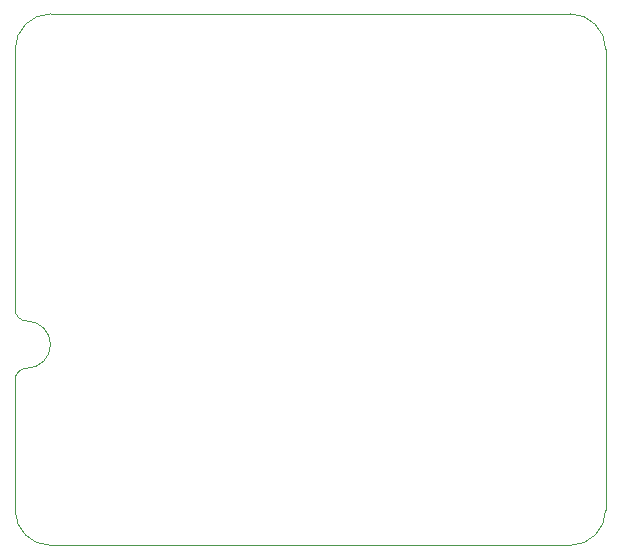
<source format=gbr>
%TF.GenerationSoftware,KiCad,Pcbnew,(5.1.6)-1*%
%TF.CreationDate,2022-04-15T15:17:14-04:00*%
%TF.ProjectId,MP28167 - Breakout,4d503238-3136-4372-902d-20427265616b,V1.0*%
%TF.SameCoordinates,Original*%
%TF.FileFunction,Profile,NP*%
%FSLAX46Y46*%
G04 Gerber Fmt 4.6, Leading zero omitted, Abs format (unit mm)*
G04 Created by KiCad (PCBNEW (5.1.6)-1) date 2022-04-15 15:17:14*
%MOMM*%
%LPD*%
G01*
G04 APERTURE LIST*
%TA.AperFunction,Profile*%
%ADD10C,0.050000*%
%TD*%
G04 APERTURE END LIST*
D10*
X69000000Y-121500000D02*
X69000000Y-132500000D01*
X69000000Y-121500000D02*
G75*
G02*
X70000000Y-120500000I1000000J0D01*
G01*
X72000000Y-118500000D02*
G75*
G02*
X70000000Y-120500000I-2000000J0D01*
G01*
X70000000Y-116500000D02*
G75*
G02*
X72000000Y-118500000I0J-2000000D01*
G01*
X70000000Y-116500000D02*
G75*
G02*
X69000000Y-115500000I0J1000000D01*
G01*
X69000000Y-93500000D02*
G75*
G02*
X72000000Y-90500000I3000000J0D01*
G01*
X72000000Y-135500000D02*
G75*
G02*
X69000000Y-132500000I0J3000000D01*
G01*
X119000000Y-132500000D02*
G75*
G02*
X116000000Y-135500000I-3000000J0D01*
G01*
X116000000Y-90500000D02*
G75*
G02*
X119000000Y-93500000I0J-3000000D01*
G01*
X69000000Y-98500000D02*
X69000000Y-93500000D01*
X116000000Y-90500000D02*
X72000000Y-90500000D01*
X119000000Y-132500000D02*
X119000000Y-93500000D01*
X72000000Y-135500000D02*
X116000000Y-135500000D01*
X69000000Y-98500000D02*
X69000000Y-115500000D01*
M02*

</source>
